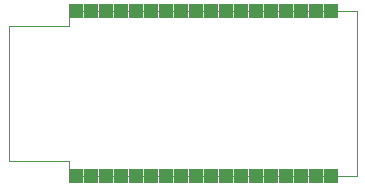
<source format=gbs>
G75*
%MOIN*%
%OFA0B0*%
%FSLAX24Y24*%
%IPPOS*%
%LPD*%
%AMOC8*
5,1,8,0,0,1.08239X$1,22.5*
%
%ADD10C,0.0000*%
%ADD11R,0.0476X0.0476*%
D10*
X001026Y001006D02*
X003026Y001006D01*
X003026Y000506D01*
X012626Y000506D01*
X012626Y006006D01*
X003026Y006006D01*
X003026Y005506D01*
X001026Y005506D01*
X001026Y001006D01*
D11*
X003275Y000505D03*
X003776Y000506D03*
X004276Y000506D03*
X004776Y000506D03*
X005276Y000506D03*
X005776Y000506D03*
X006276Y000506D03*
X006776Y000506D03*
X007276Y000506D03*
X007776Y000506D03*
X008276Y000506D03*
X008776Y000506D03*
X009276Y000506D03*
X009776Y000506D03*
X010276Y000506D03*
X010776Y000506D03*
X011276Y000506D03*
X011776Y000506D03*
X011776Y006006D03*
X011276Y006006D03*
X010776Y006006D03*
X010276Y006006D03*
X009776Y006006D03*
X009276Y006006D03*
X008776Y006006D03*
X008276Y006006D03*
X007776Y006006D03*
X007276Y006006D03*
X006776Y006006D03*
X006276Y006006D03*
X005776Y006006D03*
X005276Y006006D03*
X004776Y006006D03*
X004276Y006006D03*
X003776Y006006D03*
X003276Y006006D03*
M02*

</source>
